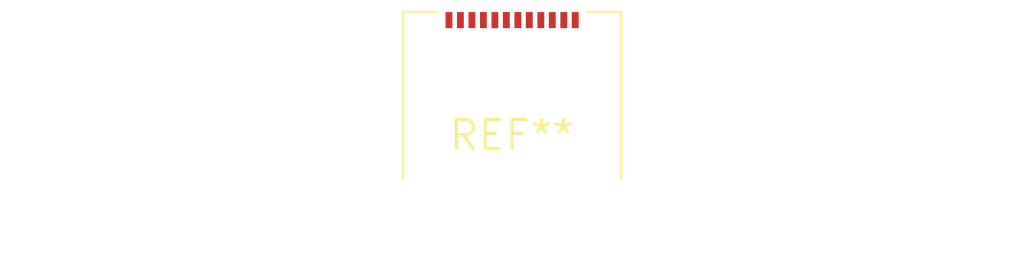
<source format=kicad_pcb>
(kicad_pcb (version 20240108) (generator pcbnew)
  (layers (0 "F.Cu" signal) (31 "B.Cu" signal) (34 "B.Paste" user) (35 "F.Paste" user) (36 "B.SilkS" user "B.Silkscreen") (37 "F.SilkS" user "F.Silkscreen") (38 "B.Mask" user) (39 "F.Mask" user) (44 "Edge.Cuts" user))
  (net 0 "")
  (footprint "USB_C_Receptacle_Amphenol_12401548E4-2A" (layer "F.Cu") (at 0 0)
    (property "Reference" "REF**")
    (property "Value" "USB_C_Receptacle_Amphenol_12401548E4-2A")
    (fp_line (start -4.75 -5.37) (end -4.75 1.89) (layer "F.SilkS") (stroke (width 0.12)))
    (fp_line (start -4.75 -5.37) (end -3.25 -5.37) (layer "F.SilkS") (stroke (width 0.12)))
    (fp_line (start 3.25 -5.37) (end 4.75 -5.37) (layer "F.SilkS") (stroke (width 0.12)))
    (fp_line (start 4.75 -5.37) (end 4.75 1.89) (layer "F.SilkS") (stroke (width 0.12)))
    (pad "" np_thru_hole circle (at -3.6 -4.36) (size 0.65 0.65) (drill 0.65) (layers *.Cu *.Mask))
    (pad "" np_thru_hole oval (at 3.6 -4.36) (size 0.95 0.65) (drill oval 0.95 0.65) (layers *.Cu *.Mask))
    (pad "A1" smd rect (at -2.75 -5.02) (size 0.3 0.7) (layers "F.Cu" "F.Paste" "F.Mask"))
    (pad "A2" smd rect (at -2.25 -5.02) (size 0.3 0.7) (layers "F.Cu" "F.Paste" "F.Mask"))
    (pad "A3" smd rect (at -1.75 -5.02) (size 0.3 0.7) (layers "F.Cu" "F.Paste" "F.Mask"))
    (pad "A4" smd rect (at -1.25 -5.02) (size 0.3 0.7) (layers "F.Cu" "F.Paste" "F.Mask"))
    (pad "A5" smd rect (at -0.75 -5.02) (size 0.3 0.7) (layers "F.Cu" "F.Paste" "F.Mask"))
    (pad "A6" smd rect (at -0.25 -5.02) (size 0.3 0.7) (layers "F.Cu" "F.Paste" "F.Mask"))
    (pad "A7" smd rect (at 0.25 -5.02) (size 0.3 0.7) (layers "F.Cu" "F.Paste" "F.Mask"))
    (pad "A8" smd rect (at 0.75 -5.02) (size 0.3 0.7) (layers "F.Cu" "F.Paste" "F.Mask"))
    (pad "A9" smd rect (at 1.25 -5.02) (size 0.3 0.7) (layers "F.Cu" "F.Paste" "F.Mask"))
    (pad "A10" smd rect (at 1.75 -5.02) (size 0.3 0.7) (layers "F.Cu" "F.Paste" "F.Mask"))
    (pad "A11" smd rect (at 2.25 -5.02) (size 0.3 0.7) (layers "F.Cu" "F.Paste" "F.Mask"))
    (pad "A12" smd rect (at 2.75 -5.02) (size 0.3 0.7) (layers "F.Cu" "F.Paste" "F.Mask"))
    (pad "B1" thru_hole circle (at 2.8 -3.71) (size 0.65 0.65) (drill 0.4) (layers *.Cu *.Mask) (remove_unused_layers))
    (pad "B2" thru_hole circle (at 2.4 -3.01) (size 0.65 0.65) (drill 0.4) (layers *.Cu *.Mask) (remove_unused_layers))
    (pad "B3" thru_hole circle (at 1.6 -3.01) (size 0.65 0.65) (drill 0.4) (layers *.Cu *.Mask) (remove_unused_layers))
    (pad "B4" thru_hole circle (at 1.2 -3.71) (size 0.65 0.65) (drill 0.4) (layers *.Cu *.Mask) (remove_unused_layers))
    (pad "B5" thru_hole circle (at 0.8 -3.01) (size 0.65 0.65) (drill 0.4) (layers *.Cu *.Mask) (remove_unused_layers))
    (pad "B6" thru_hole circle (at 0.4 -3.71) (size 0.65 0.65) (drill 0.4) (layers *.Cu *.Mask) (remove_unused_layers))
    (pad "B7" thru_hole circle (at -0.4 -3.71) (size 0.65 0.65) (drill 0.4) (layers *.Cu *.Mask) (remove_unused_layers))
    (pad "B8" thru_hole circle (at -0.8 -3.01) (size 0.65 0.65) (drill 0.4) (layers *.Cu *.Mask) (remove_unused_layers))
    (pad "B9" thru_hole circle (at -1.2 -3.71) (size 0.65 0.65) (drill 0.4) (layers *.Cu *.Mask) (remove_unused_layers))
    (pad "B10" thru_hole circle (at -1.6 -3.01) (size 0.65 0.65) (drill 0.4) (layers *.Cu *.Mask) (remove_unused_layers))
    (pad "B11" thru_hole circle (at -2.4 -3.01) (size 0.65 0.65) (drill 0.4) (layers *.Cu *.Mask) (remove_unused_layers))
    (pad "B12" thru_hole circle (at -2.8 -3.71) (size 0.65 0.65) (drill 0.4) (layers *.Cu *.Mask) (remove_unused_layers))
    (pad "S1" thru_hole oval (at -4.49 2.84) (size 0.8 1.4) (drill oval 0.5 1.1) (layers *.Cu *.Mask) (remove_unused_layers))
    (pad "S1" thru_hole oval (at -4.13 -3.11) (size 0.8 1.4) (drill oval 0.5 1.1) (layers *.Cu *.Mask) (remove_unused_layers))
    (pad "S1" thru_hole oval (at 4.13 -3.11) (size 0.8 1.4) (drill oval 0.5 1.1) (layers *.Cu *.Mask) (remove_unused_layers))
    (pad "S1" thru_hole oval (at 4.49 2.84) (size 0.8 1.4) (drill oval 0.5 1.1) (layers *.Cu *.Mask) (remove_unused_layers))
  )
)
</source>
